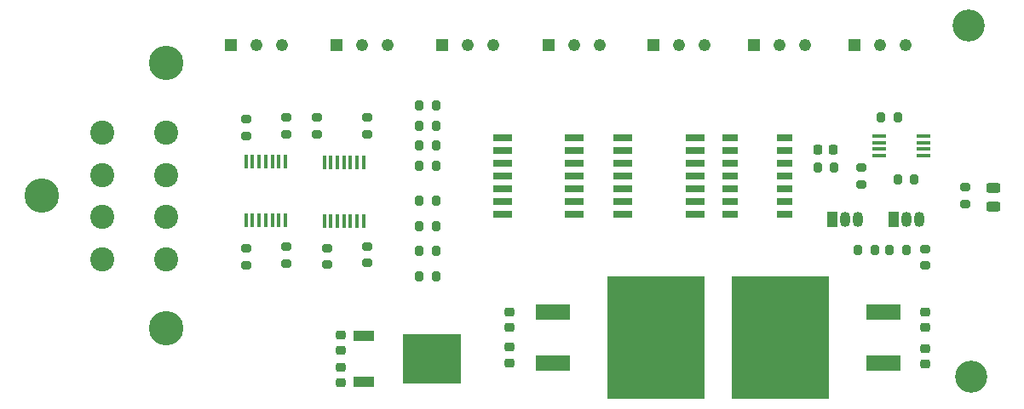
<source format=gbr>
%TF.GenerationSoftware,KiCad,Pcbnew,9.0.0*%
%TF.CreationDate,2025-03-18T23:21:23-07:00*%
%TF.ProjectId,BSPD,42535044-2e6b-4696-9361-645f70636258,rev?*%
%TF.SameCoordinates,Original*%
%TF.FileFunction,Soldermask,Top*%
%TF.FilePolarity,Negative*%
%FSLAX46Y46*%
G04 Gerber Fmt 4.6, Leading zero omitted, Abs format (unit mm)*
G04 Created by KiCad (PCBNEW 9.0.0) date 2025-03-18 23:21:23*
%MOMM*%
%LPD*%
G01*
G04 APERTURE LIST*
G04 Aperture macros list*
%AMRoundRect*
0 Rectangle with rounded corners*
0 $1 Rounding radius*
0 $2 $3 $4 $5 $6 $7 $8 $9 X,Y pos of 4 corners*
0 Add a 4 corners polygon primitive as box body*
4,1,4,$2,$3,$4,$5,$6,$7,$8,$9,$2,$3,0*
0 Add four circle primitives for the rounded corners*
1,1,$1+$1,$2,$3*
1,1,$1+$1,$4,$5*
1,1,$1+$1,$6,$7*
1,1,$1+$1,$8,$9*
0 Add four rect primitives between the rounded corners*
20,1,$1+$1,$2,$3,$4,$5,0*
20,1,$1+$1,$4,$5,$6,$7,0*
20,1,$1+$1,$6,$7,$8,$9,0*
20,1,$1+$1,$8,$9,$2,$3,0*%
G04 Aperture macros list end*
%ADD10RoundRect,0.200000X-0.200000X-0.275000X0.200000X-0.275000X0.200000X0.275000X-0.200000X0.275000X0*%
%ADD11C,3.430000*%
%ADD12C,2.400000*%
%ADD13R,1.050000X1.500000*%
%ADD14O,1.050000X1.500000*%
%ADD15RoundRect,0.200000X-0.275000X0.200000X-0.275000X-0.200000X0.275000X-0.200000X0.275000X0.200000X0*%
%ADD16R,0.450000X1.475000*%
%ADD17R,1.210000X1.210000*%
%ADD18C,1.210000*%
%ADD19C,3.200000*%
%ADD20RoundRect,0.200000X0.200000X0.275000X-0.200000X0.275000X-0.200000X-0.275000X0.200000X-0.275000X0*%
%ADD21RoundRect,0.225000X-0.225000X-0.250000X0.225000X-0.250000X0.225000X0.250000X-0.225000X0.250000X0*%
%ADD22R,1.825000X0.700000*%
%ADD23RoundRect,0.225000X0.250000X-0.225000X0.250000X0.225000X-0.250000X0.225000X-0.250000X-0.225000X0*%
%ADD24RoundRect,0.225000X-0.250000X0.225000X-0.250000X-0.225000X0.250000X-0.225000X0.250000X0.225000X0*%
%ADD25R,3.500000X1.600000*%
%ADD26R,9.750000X12.200000*%
%ADD27RoundRect,0.200000X0.275000X-0.200000X0.275000X0.200000X-0.275000X0.200000X-0.275000X-0.200000X0*%
%ADD28RoundRect,0.243750X0.456250X-0.243750X0.456250X0.243750X-0.456250X0.243750X-0.456250X-0.243750X0*%
%ADD29R,1.475000X0.450000*%
%ADD30R,2.100000X1.000000*%
%ADD31R,5.850000X4.900000*%
%ADD32R,1.525000X0.650000*%
G04 APERTURE END LIST*
D10*
%TO.C,R12*%
X80175000Y-107000000D03*
X81825000Y-107000000D03*
%TD*%
D11*
%TO.C,J1*%
X55000000Y-123210000D03*
X42650000Y-110000000D03*
X55000000Y-96790000D03*
D12*
X55000000Y-116300000D03*
X55000000Y-112100000D03*
X55000000Y-107900000D03*
X55000000Y-103700000D03*
X48650000Y-103700000D03*
X48650000Y-107900000D03*
X48650000Y-112100000D03*
X48650000Y-116300000D03*
%TD*%
D10*
%TO.C,R14*%
X80175000Y-115500000D03*
X81825000Y-115500000D03*
%TD*%
D13*
%TO.C,Q2*%
X127330000Y-112360000D03*
D14*
X128600000Y-112360000D03*
X129870000Y-112360000D03*
%TD*%
D15*
%TO.C,R5*%
X71000000Y-115175000D03*
X71000000Y-116825000D03*
%TD*%
D16*
%TO.C,U1*%
X62961500Y-112433250D03*
X63611500Y-112433250D03*
X64261500Y-112433250D03*
X64911500Y-112433250D03*
X65561500Y-112433250D03*
X66211500Y-112433250D03*
X66861500Y-112433250D03*
X66861500Y-106557250D03*
X66211500Y-106557250D03*
X65561500Y-106557250D03*
X64911500Y-106557250D03*
X64261500Y-106557250D03*
X63611500Y-106557250D03*
X62961500Y-106557250D03*
%TD*%
D15*
%TO.C,R20*%
X124100000Y-107175000D03*
X124100000Y-108825000D03*
%TD*%
%TO.C,R1*%
X63000000Y-115220250D03*
X63000000Y-116870250D03*
%TD*%
D17*
%TO.C,RV7*%
X123460000Y-95000000D03*
D18*
X126000000Y-95000000D03*
X128540000Y-95000000D03*
%TD*%
D19*
%TO.C,H2*%
X135000000Y-128000000D03*
%TD*%
D10*
%TO.C,R10*%
X80175000Y-113000000D03*
X81825000Y-113000000D03*
%TD*%
D20*
%TO.C,R18*%
X125425000Y-115350000D03*
X123775000Y-115350000D03*
%TD*%
D17*
%TO.C,RV1*%
X61460000Y-95000000D03*
D18*
X64000000Y-95000000D03*
X66540000Y-95000000D03*
%TD*%
D19*
%TO.C,H1*%
X134750000Y-93000000D03*
%TD*%
D20*
%TO.C,R19*%
X128575000Y-115350000D03*
X126925000Y-115350000D03*
%TD*%
D10*
%TO.C,R16*%
X80175000Y-103000000D03*
X81825000Y-103000000D03*
%TD*%
D17*
%TO.C,RV4*%
X93000000Y-95000000D03*
D18*
X95540000Y-95000000D03*
X98080000Y-95000000D03*
%TD*%
D21*
%TO.C,C7*%
X119800000Y-105350000D03*
X121350000Y-105350000D03*
%TD*%
D22*
%TO.C,IC3*%
X88438000Y-104190000D03*
X88438000Y-105460000D03*
X88438000Y-106730000D03*
X88438000Y-108000000D03*
X88438000Y-109270000D03*
X88438000Y-110540000D03*
X88438000Y-111810000D03*
X95562000Y-111810000D03*
X95562000Y-110540000D03*
X95562000Y-109270000D03*
X95562000Y-108000000D03*
X95562000Y-106730000D03*
X95562000Y-105460000D03*
X95562000Y-104190000D03*
%TD*%
D15*
%TO.C,R24*%
X134400000Y-109125000D03*
X134400000Y-110775000D03*
%TD*%
D20*
%TO.C,R17*%
X121400000Y-107150000D03*
X119750000Y-107150000D03*
%TD*%
D23*
%TO.C,C1*%
X89157000Y-126615000D03*
X89157000Y-125065000D03*
%TD*%
D24*
%TO.C,C2*%
X89157000Y-121565000D03*
X89157000Y-123115000D03*
%TD*%
D10*
%TO.C,R13*%
X80175000Y-118000000D03*
X81825000Y-118000000D03*
%TD*%
D23*
%TO.C,C5*%
X72400000Y-128575000D03*
X72400000Y-127025000D03*
%TD*%
D25*
%TO.C,IC1*%
X93425000Y-121560000D03*
D26*
X103700000Y-124100000D03*
D25*
X93425000Y-126640000D03*
%TD*%
D15*
%TO.C,R2*%
X67000000Y-115045250D03*
X67000000Y-116695250D03*
%TD*%
D24*
%TO.C,C6*%
X72400000Y-123825000D03*
X72400000Y-125375000D03*
%TD*%
D10*
%TO.C,R11*%
X80175000Y-105000000D03*
X81825000Y-105000000D03*
%TD*%
D27*
%TO.C,R8*%
X70000000Y-103825000D03*
X70000000Y-102175000D03*
%TD*%
D17*
%TO.C,RV5*%
X103460000Y-95000000D03*
D18*
X106000000Y-95000000D03*
X108540000Y-95000000D03*
%TD*%
D10*
%TO.C,R23*%
X127725000Y-108350000D03*
X129375000Y-108350000D03*
%TD*%
%TO.C,R15*%
X80175000Y-101000000D03*
X81825000Y-101000000D03*
%TD*%
D28*
%TO.C,D1*%
X137200000Y-111037500D03*
X137200000Y-109162500D03*
%TD*%
D24*
%TO.C,C3*%
X130457000Y-121565000D03*
X130457000Y-123115000D03*
%TD*%
D23*
%TO.C,C4*%
X130457000Y-126715000D03*
X130457000Y-125165000D03*
%TD*%
D16*
%TO.C,U2*%
X70735500Y-112495250D03*
X71385500Y-112495250D03*
X72035500Y-112495250D03*
X72685500Y-112495250D03*
X73335500Y-112495250D03*
X73985500Y-112495250D03*
X74635500Y-112495250D03*
X74635500Y-106619250D03*
X73985500Y-106619250D03*
X73335500Y-106619250D03*
X72685500Y-106619250D03*
X72035500Y-106619250D03*
X71385500Y-106619250D03*
X70735500Y-106619250D03*
%TD*%
D27*
%TO.C,R3*%
X67000000Y-103825000D03*
X67000000Y-102175000D03*
%TD*%
%TO.C,R22*%
X130450000Y-116925000D03*
X130450000Y-115275000D03*
%TD*%
%TO.C,R4*%
X63000000Y-104000000D03*
X63000000Y-102350000D03*
%TD*%
D25*
%TO.C,IC2*%
X126332000Y-126680000D03*
D26*
X116057000Y-124140000D03*
D25*
X126332000Y-121600000D03*
%TD*%
D17*
%TO.C,RV3*%
X82460000Y-95000000D03*
D18*
X85000000Y-95000000D03*
X87540000Y-95000000D03*
%TD*%
D13*
%TO.C,Q1*%
X121230000Y-112360000D03*
D14*
X122500000Y-112360000D03*
X123770000Y-112360000D03*
%TD*%
D15*
%TO.C,R6*%
X75000000Y-115000000D03*
X75000000Y-116650000D03*
%TD*%
D10*
%TO.C,R9*%
X80175000Y-110500000D03*
X81825000Y-110500000D03*
%TD*%
D22*
%TO.C,IC4*%
X100438000Y-104190000D03*
X100438000Y-105460000D03*
X100438000Y-106730000D03*
X100438000Y-108000000D03*
X100438000Y-109270000D03*
X100438000Y-110540000D03*
X100438000Y-111810000D03*
X107562000Y-111810000D03*
X107562000Y-110540000D03*
X107562000Y-109270000D03*
X107562000Y-108000000D03*
X107562000Y-106730000D03*
X107562000Y-105460000D03*
X107562000Y-104190000D03*
%TD*%
D29*
%TO.C,BR1*%
X125888000Y-104025000D03*
X125888000Y-104675000D03*
X125888000Y-105325000D03*
X125888000Y-105975000D03*
X130312000Y-105975000D03*
X130312000Y-105325000D03*
X130312000Y-104675000D03*
X130312000Y-104025000D03*
%TD*%
D27*
%TO.C,R7*%
X75000000Y-103825000D03*
X75000000Y-102175000D03*
%TD*%
D30*
%TO.C,IC6*%
X74650000Y-123920000D03*
X74650000Y-128480000D03*
D31*
X81450000Y-126200000D03*
%TD*%
D17*
%TO.C,RV6*%
X113460000Y-95000000D03*
D18*
X116000000Y-95000000D03*
X118540000Y-95000000D03*
%TD*%
D10*
%TO.C,R21*%
X126075000Y-102200000D03*
X127725000Y-102200000D03*
%TD*%
D32*
%TO.C,IC5*%
X111100000Y-104200000D03*
X111100000Y-105470000D03*
X111100000Y-106740000D03*
X111100000Y-108010000D03*
X111100000Y-109280000D03*
X111100000Y-110550000D03*
X111100000Y-111820000D03*
X116524000Y-111820000D03*
X116524000Y-110550000D03*
X116524000Y-109280000D03*
X116524000Y-108010000D03*
X116524000Y-106740000D03*
X116524000Y-105470000D03*
X116524000Y-104200000D03*
%TD*%
D17*
%TO.C,RV2*%
X71920000Y-95000000D03*
D18*
X74460000Y-95000000D03*
X77000000Y-95000000D03*
%TD*%
M02*

</source>
